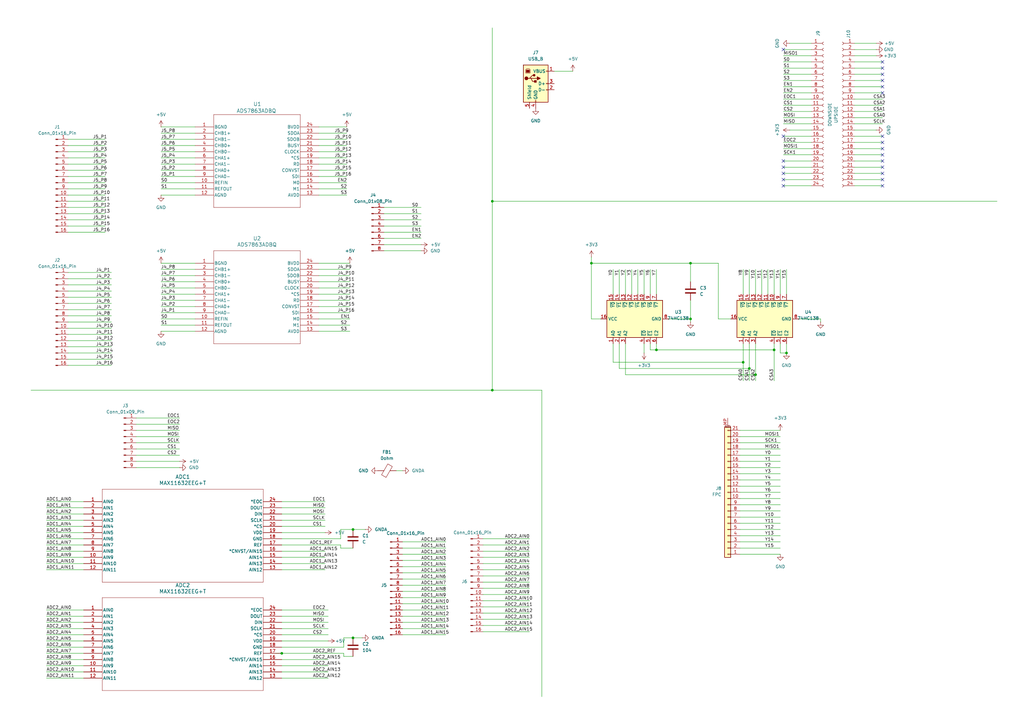
<source format=kicad_sch>
(kicad_sch (version 20231120) (generator "eeschema") (generator_version "8.0")
  (paper "A3")
  (lib_symbols
    (symbol "74xx:74HC138"
      (property "Reference" "U" (at -7.62 13.97 0))
      (property "Value" "74HC138" (at 2.54 -11.43 0))
      (symbol "74HC138_1_1"
        (pin input line (at -10.16 10.16 0) (length 2.54) (name "A0") (number "1"))
        (pin output line (at 10.16 -2.54 180) (length 2.54) (name "~{Y5}") (number "10"))
        (pin output line (at 10.16 0 180) (length 2.54) (name "~{Y4}") (number "11"))
        (pin output line (at 10.16 2.54 180) (length 2.54) (name "~{Y3}") (number "12"))
        (pin output line (at 10.16 5.08 180) (length 2.54) (name "~{Y2}") (number "13"))
        (pin output line (at 10.16 7.62 180) (length 2.54) (name "~{Y1}") (number "14"))
        (pin output line (at 10.16 10.16 180) (length 2.54) (name "~{Y0}") (number "15"))
        (pin power_in line (at 0 15.24 270) (length 2.54) (name "VCC") (number "16"))
        (pin input line (at -10.16 7.62 0) (length 2.54) (name "A1") (number "2"))
        (pin input line (at -10.16 5.08 0) (length 2.54) (name "A2") (number "3"))
        (pin input line (at -10.16 -2.54 0) (length 2.54) (name "~{E0}") (number "4"))
        (pin input line (at -10.16 -5.08 0) (length 2.54) (name "~{E1}") (number "5"))
        (pin input line (at -10.16 -7.62 0) (length 2.54) (name "E2") (number "6"))
        (pin output line (at 10.16 -7.62 180) (length 2.54) (name "~{Y7}") (number "7"))
        (pin power_in line (at 0 -12.7 90) (length 2.54) (name "GND") (number "8"))
        (pin output line (at 10.16 -5.08 180) (length 2.54) (name "~{Y6}") (number "9"))
      )
    )
    (symbol "ADS7863ADBQ:ADS7863ADBQ" (pin_names (offset 0.254))
      (property "Reference" "U" (at 25.4 10.16 0))
      (property "Value" "ADS7863ADBQ" (at 25.4 7.62 0))
      (symbol "ADS7863ADBQ_0_1"
        (pin power_in line (at 0 0 0) (length 7.62) (name "BGND") (number "1"))
        (pin input line (at 0 -22.86 0) (length 7.62) (name "REFIN") (number "10"))
        (pin output line (at 0 -25.4 0) (length 7.62) (name "REFOUT") (number "11"))
        (pin power_in line (at 0 -27.94 0) (length 7.62) (name "AGND") (number "12"))
        (pin power_in line (at 50.8 -27.94 180) (length 7.62) (name "AVDD") (number "13"))
        (pin output line (at 50.8 -25.4 180) (length 7.62) (name "M1") (number "14"))
        (pin output line (at 50.8 -22.86 180) (length 7.62) (name "M0") (number "15"))
        (pin input line (at 50.8 -20.32 180) (length 7.62) (name "SDI") (number "16"))
        (pin unspecified line (at 50.8 -17.78 180) (length 7.62) (name "CONVST") (number "17"))
        (pin unspecified line (at 50.8 -15.24 180) (length 7.62) (name "RD") (number "18"))
        (pin output line (at 50.8 -12.7 180) (length 7.62) (name "*CS") (number "19"))
        (pin input line (at 0 -2.54 0) (length 7.62) (name "CHB1+") (number "2"))
        (pin input line (at 50.8 -10.16 180) (length 7.62) (name "CLOCK") (number "20"))
        (pin input line (at 50.8 -7.62 180) (length 7.62) (name "BUSY") (number "21"))
        (pin output line (at 50.8 -5.08 180) (length 7.62) (name "SDOB") (number "22"))
        (pin output line (at 50.8 -2.54 180) (length 7.62) (name "SDOA") (number "23"))
        (pin bidirectional line (at 50.8 0 180) (length 7.62) (name "BVDD") (number "24"))
        (pin input line (at 0 -5.08 0) (length 7.62) (name "CHB1-") (number "3"))
        (pin input line (at 0 -7.62 0) (length 7.62) (name "CHB0+") (number "4"))
        (pin input line (at 0 -10.16 0) (length 7.62) (name "CHB0-") (number "5"))
        (pin input line (at 0 -12.7 0) (length 7.62) (name "CHA1+") (number "6"))
        (pin input line (at 0 -15.24 0) (length 7.62) (name "CHA1-") (number "7"))
        (pin input line (at 0 -17.78 0) (length 7.62) (name "CHA0+") (number "8"))
        (pin input line (at 0 -20.32 0) (length 7.62) (name "CHA0-") (number "9"))
      )
    )
    (symbol "Connector:Conn_01x08_Pin" (pin_names (offset 1.016) hide)
      (property "Reference" "J" (at 0 10.16 0))
      (property "Value" "Conn_01x08_Pin" (at 0 -12.7 0))
      (symbol "Conn_01x08_Pin_1_1"
        (pin passive line (at 5.08 7.62 180) (length 3.81) (name "Pin_1") (number "1"))
        (pin passive line (at 5.08 5.08 180) (length 3.81) (name "Pin_2") (number "2"))
        (pin passive line (at 5.08 2.54 180) (length 3.81) (name "Pin_3") (number "3"))
        (pin passive line (at 5.08 0 180) (length 3.81) (name "Pin_4") (number "4"))
        (pin passive line (at 5.08 -2.54 180) (length 3.81) (name "Pin_5") (number "5"))
        (pin passive line (at 5.08 -5.08 180) (length 3.81) (name "Pin_6") (number "6"))
        (pin passive line (at 5.08 -7.62 180) (length 3.81) (name "Pin_7") (number "7"))
        (pin passive line (at 5.08 -10.16 180) (length 3.81) (name "Pin_8") (number "8"))
      )
    )
    (symbol "Connector:Conn_01x09_Pin" (pin_names (offset 1.016) hide)
      (property "Reference" "J" (at 0 12.7 0))
      (property "Value" "Conn_01x09_Pin" (at 0 -12.7 0))
      (symbol "Conn_01x09_Pin_1_1"
        (pin passive line (at 5.08 10.16 180) (length 3.81) (name "Pin_1") (number "1"))
        (pin passive line (at 5.08 7.62 180) (length 3.81) (name "Pin_2") (number "2"))
        (pin passive line (at 5.08 5.08 180) (length 3.81) (name "Pin_3") (number "3"))
        (pin passive line (at 5.08 2.54 180) (length 3.81) (name "Pin_4") (number "4"))
        (pin passive line (at 5.08 0 180) (length 3.81) (name "Pin_5") (number "5"))
        (pin passive line (at 5.08 -2.54 180) (length 3.81) (name "Pin_6") (number "6"))
        (pin passive line (at 5.08 -5.08 180) (length 3.81) (name "Pin_7") (number "7"))
        (pin passive line (at 5.08 -7.62 180) (length 3.81) (name "Pin_8") (number "8"))
        (pin passive line (at 5.08 -10.16 180) (length 3.81) (name "Pin_9") (number "9"))
      )
    )
    (symbol "Connector:Conn_01x16_Pin" (pin_names (offset 1.016) hide)
      (property "Reference" "J" (at 0 20.32 0))
      (property "Value" "Conn_01x16_Pin" (at 0 -22.86 0))
      (symbol "Conn_01x16_Pin_1_1"
        (pin passive line (at 5.08 17.78 180) (length 3.81) (name "Pin_1") (number "1"))
        (pin passive line (at 5.08 -5.08 180) (length 3.81) (name "Pin_10") (number "10"))
        (pin passive line (at 5.08 -7.62 180) (length 3.81) (name "Pin_11") (number "11"))
        (pin passive line (at 5.08 -10.16 180) (length 3.81) (name "Pin_12") (number "12"))
        (pin passive line (at 5.08 -12.7 180) (length 3.81) (name "Pin_13") (number "13"))
        (pin passive line (at 5.08 -15.24 180) (length 3.81) (name "Pin_14") (number "14"))
        (pin passive line (at 5.08 -17.78 180) (length 3.81) (name "Pin_15") (number "15"))
        (pin passive line (at 5.08 -20.32 180) (length 3.81) (name "Pin_16") (number "16"))
        (pin passive line (at 5.08 15.24 180) (length 3.81) (name "Pin_2") (number "2"))
        (pin passive line (at 5.08 12.7 180) (length 3.81) (name "Pin_3") (number "3"))
        (pin passive line (at 5.08 10.16 180) (length 3.81) (name "Pin_4") (number "4"))
        (pin passive line (at 5.08 7.62 180) (length 3.81) (name "Pin_5") (number "5"))
        (pin passive line (at 5.08 5.08 180) (length 3.81) (name "Pin_6") (number "6"))
        (pin passive line (at 5.08 2.54 180) (length 3.81) (name "Pin_7") (number "7"))
        (pin passive line (at 5.08 0 180) (length 3.81) (name "Pin_8") (number "8"))
        (pin passive line (at 5.08 -2.54 180) (length 3.81) (name "Pin_9") (number "9"))
      )
    )
    (symbol "Connector:Conn_01x24_Socket" (pin_names (offset 1.016) hide)
      (property "Reference" "J" (at 0 30.48 0))
      (property "Value" "Conn_01x24_Socket" (at 0 -33.02 0))
      (symbol "Conn_01x24_Socket_1_1"
        (pin passive line (at -5.08 27.94 0) (length 3.81) (name "Pin_1") (number "1"))
        (pin passive line (at -5.08 5.08 0) (length 3.81) (name "Pin_10") (number "10"))
        (pin passive line (at -5.08 2.54 0) (length 3.81) (name "Pin_11") (number "11"))
        (pin passive line (at -5.08 0 0) (length 3.81) (name "Pin_12") (number "12"))
        (pin passive line (at -5.08 -2.54 0) (length 3.81) (name "Pin_13") (number "13"))
        (pin passive line (at -5.08 -5.08 0) (length 3.81) (name "Pin_14") (number "14"))
        (pin passive line (at -5.08 -7.62 0) (length 3.81) (name "Pin_15") (number "15"))
        (pin passive line (at -5.08 -10.16 0) (length 3.81) (name "Pin_16") (number "16"))
        (pin passive line (at -5.08 -12.7 0) (length 3.81) (name "Pin_17") (number "17"))
        (pin passive line (at -5.08 -15.24 0) (length 3.81) (name "Pin_18") (number "18"))
        (pin passive line (at -5.08 -17.78 0) (length 3.81) (name "Pin_19") (number "19"))
        (pin passive line (at -5.08 25.4 0) (length 3.81) (name "Pin_2") (number "2"))
        (pin passive line (at -5.08 -20.32 0) (length 3.81) (name "Pin_20") (number "20"))
        (pin passive line (at -5.08 -22.86 0) (length 3.81) (name "Pin_21") (number "21"))
        (pin passive line (at -5.08 -25.4 0) (length 3.81) (name "Pin_22") (number "22"))
        (pin passive line (at -5.08 -27.94 0) (length 3.81) (name "Pin_23") (number "23"))
        (pin passive line (at -5.08 -30.48 0) (length 3.81) (name "Pin_24") (number "24"))
        (pin passive line (at -5.08 22.86 0) (length 3.81) (name "Pin_3") (number "3"))
        (pin passive line (at -5.08 20.32 0) (length 3.81) (name "Pin_4") (number "4"))
        (pin passive line (at -5.08 17.78 0) (length 3.81) (name "Pin_5") (number "5"))
        (pin passive line (at -5.08 15.24 0) (length 3.81) (name "Pin_6") (number "6"))
        (pin passive line (at -5.08 12.7 0) (length 3.81) (name "Pin_7") (number "7"))
        (pin passive line (at -5.08 10.16 0) (length 3.81) (name "Pin_8") (number "8"))
        (pin passive line (at -5.08 7.62 0) (length 3.81) (name "Pin_9") (number "9"))
      )
    )
    (symbol "Connector:USB_B" (pin_names (offset 1.016))
      (property "Reference" "J" (at -5.08 11.43 0))
      (property "Value" "USB_B" (at -5.08 8.89 0))
      (symbol "USB_B_1_1"
        (pin power_out line (at 7.62 5.08 180) (length 2.54) (name "VBUS") (number "1"))
        (pin bidirectional line (at 7.62 -2.54 180) (length 2.54) (name "D-") (number "2"))
        (pin bidirectional line (at 7.62 0 180) (length 2.54) (name "D+") (number "3"))
        (pin power_out line (at 0 -10.16 90) (length 2.54) (name "GND") (number "4"))
        (pin passive line (at -2.54 -10.16 90) (length 2.54) (name "Shield") (number "5"))
      )
    )
    (symbol "Connector_Generic_MountingPin:Conn_01x21_MountingPin" (pin_names (offset 1.016) hide)
      (property "Reference" "J" (at 0 27.94 0))
      (property "Value" "Conn_01x21_MountingPin" (at 1.27 -27.94 0))
      (symbol "Conn_01x21_MountingPin_1_1"
        (text "Mounting" (at 0 -27.051 0) (effects (font (size 0.381 0.381))))
        (pin passive line (at -5.08 25.4 0) (length 3.81) (name "Pin_1") (number "1"))
        (pin passive line (at -5.08 2.54 0) (length 3.81) (name "Pin_10") (number "10"))
        (pin passive line (at -5.08 0 0) (length 3.81) (name "Pin_11") (number "11"))
        (pin passive line (at -5.08 -2.54 0) (length 3.81) (name "Pin_12") (number "12"))
        (pin passive line (at -5.08 -5.08 0) (length 3.81) (name "Pin_13") (number "13"))
        (pin passive line (at -5.08 -7.62 0) (length 3.81) (name "Pin_14") (number "14"))
        (pin passive line (at -5.08 -10.16 0) (length 3.81) (name "Pin_15") (number "15"))
        (pin passive line (at -5.08 -12.7 0) (length 3.81) (name "Pin_16") (number "16"))
        (pin passive line (at -5.08 -15.24 0) (length 3.81) (name "Pin_17") (number "17"))
        (pin passive line (at -5.08 -17.78 0) (length 3.81) (name "Pin_18") (number "18"))
        (pin passive line (at -5.08 -20.32 0) (length 3.81) (name "Pin_19") (number "19"))
        (pin passive line (at -5.08 22.86 0) (length 3.81) (name "Pin_2") (number "2"))
        (pin passive line (at -5.08 -22.86 0) (length 3.81) (name "Pin_20") (number "20"))
        (pin passive line (at -5.08 -25.4 0) (length 3.81) (name "Pin_21") (number "21"))
        (pin passive line (at -5.08 20.32 0) (length 3.81) (name "Pin_3") (number "3"))
        (pin passive line (at -5.08 17.78 0) (length 3.81) (name "Pin_4") (number "4"))
        (pin passive line (at -5.08 15.24 0) (length 3.81) (name "Pin_5") (number "5"))
        (pin passive line (at -5.08 12.7 0) (length 3.81) (name "Pin_6") (number "6"))
        (pin passive line (at -5.08 10.16 0) (length 3.81) (name "Pin_7") (number "7"))
        (pin passive line (at -5.08 7.62 0) (length 3.81) (name "Pin_8") (number "8"))
        (pin passive line (at -5.08 5.08 0) (length 3.81) (name "Pin_9") (number "9"))
        (pin passive line (at 0 -30.48 90) (length 3.048) (name "MountPin") (number "MP"))
      )
    )
    (symbol "Device:C" (pin_numbers hide) (pin_names (offset 0.254))
      (property "Reference" "C" (at 0.635 2.54 0))
      (property "Value" "C" (at 0.635 -2.54 0))
      (symbol "C_1_1"
        (pin passive line (at 0 3.81 270) (length 2.794) (name "~") (number "1"))
        (pin passive line (at 0 -3.81 90) (length 2.794) (name "~") (number "2"))
      )
    )
    (symbol "Device:FerriteBead" (pin_numbers hide) (pin_names (offset 0))
      (property "Reference" "FB" (at -3.81 0.635 90))
      (property "Value" "FerriteBead" (at 3.81 0 90))
      (symbol "FerriteBead_1_1"
        (pin passive line (at 0 3.81 270) (length 2.54) (name "~") (number "1"))
        (pin passive line (at 0 -3.81 90) (length 2.54) (name "~") (number "2"))
      )
    )
    (symbol "MAX11632EEG-T:MAX11632EEG+T" (pin_names (offset 0.254))
      (property "Reference" "U" (at 40.64 10.16 0))
      (property "Value" "MAX11632EEG+T" (at 40.64 7.62 0))
      (symbol "MAX11632EEG+T_0_1"
        (pin input line (at 0 0 0) (length 7.62) (name "AIN0") (number "1"))
        (pin input line (at 0 -22.86 0) (length 7.62) (name "AIN9") (number "10"))
        (pin input line (at 0 -25.4 0) (length 7.62) (name "AIN10") (number "11"))
        (pin input line (at 0 -27.94 0) (length 7.62) (name "AIN11") (number "12"))
        (pin input line (at 81.28 -27.94 180) (length 7.62) (name "AIN12") (number "13"))
        (pin input line (at 81.28 -25.4 180) (length 7.62) (name "AIN13") (number "14"))
        (pin input line (at 81.28 -22.86 180) (length 7.62) (name "AIN14") (number "15"))
        (pin unspecified line (at 81.28 -20.32 180) (length 7.62) (name "*CNVST/AIN15") (number "16"))
        (pin unspecified line (at 81.28 -17.78 180) (length 7.62) (name "REF") (number "17"))
        (pin power_in line (at 81.28 -15.24 180) (length 7.62) (name "GND") (number "18"))
        (pin power_in line (at 81.28 -12.7 180) (length 7.62) (name "VDD") (number "19"))
        (pin input line (at 0 -2.54 0) (length 7.62) (name "AIN1") (number "2"))
        (pin unspecified line (at 81.28 -10.16 180) (length 7.62) (name "*CS") (number "20"))
        (pin unspecified line (at 81.28 -7.62 180) (length 7.62) (name "SCLK") (number "21"))
        (pin input line (at 81.28 -5.08 180) (length 7.62) (name "DIN") (number "22"))
        (pin output line (at 81.28 -2.54 180) (length 7.62) (name "DOUT") (number "23"))
        (pin unspecified line (at 81.28 0 180) (length 7.62) (name "*EOC") (number "24"))
        (pin input line (at 0 -5.08 0) (length 7.62) (name "AIN2") (number "3"))
        (pin input line (at 0 -7.62 0) (length 7.62) (name "AIN3") (number "4"))
        (pin input line (at 0 -10.16 0) (length 7.62) (name "AIN4") (number "5"))
        (pin input line (at 0 -12.7 0) (length 7.62) (name "AIN5") (number "6"))
        (pin input line (at 0 -15.24 0) (length 7.62) (name "AIN6") (number "7"))
        (pin input line (at 0 -17.78 0) (length 7.62) (name "AIN7") (number "8"))
        (pin input line (at 0 -20.32 0) (length 7.62) (name "AIN8") (number "9"))
      )
    )
    (symbol "power:+3V3" (power) (pin_numbers hide) (pin_names (offset 0) hide)
      (property "Value" "+3V3" (at 0 3.556 0))
      (symbol "+3V3_1_1"
        (pin power_in line (at 0 0 90) (length 0) (name "~") (number "1"))
      )
    )
    (symbol "power:+5V" (power) (pin_numbers hide) (pin_names (offset 0) hide)
      (property "Value" "+5V" (at 0 3.556 0))
      (symbol "+5V_1_1"
        (pin power_in line (at 0 0 90) (length 0) (name "~") (number "1"))
      )
    )
    (symbol "power:GND" (power) (pin_numbers hide) (pin_names (offset 0) hide)
      (property "Value" "GND" (at 0 -3.81 0))
      (symbol "GND_1_1"
        (pin power_in line (at 0 0 270) (length 0) (name "~") (number "1"))
      )
    )
    (symbol "power:GNDA" (power) (pin_numbers hide) (pin_names (offset 0) hide)
      (property "Value" "GNDA" (at 0 -3.81 0))
      (symbol "GNDA_1_1"
        (pin power_in line (at 0 0 270) (length 0) (name "~") (number "1"))
      )
    )
  )
  (junction (at 144.78 217.17))
  (junction (at 201.93 160.02))
  (junction (at 307.34 151.13))
  (junction (at 322.58 144.78))
  (junction (at 115.57 267.97))
  (junction (at 309.88 153.67))
  (junction (at 144.78 261.62))
  (junction (at 304.8 148.59))
  (junction (at 317.5 143.51))
  (junction (at 242.57 107.95))
  (junction (at 269.24 143.51))
  (junction (at 283.21 107.95))
  (junction (at 201.93 82.55))
  (junction (at 283.21 130.81))
  (no_connect (at 361.95 27.94))
  (no_connect (at 361.95 38.1))
  (no_connect (at 321.31 68.58))
  (no_connect (at 321.31 20.32))
  (no_connect (at 321.31 66.04))
  (no_connect (at 361.95 68.58))
  (no_connect (at 361.95 63.5))
  (no_connect (at 321.31 73.66))
  (no_connect (at 361.95 33.02))
  (no_connect (at 361.95 55.88))
  (no_connect (at 361.95 76.2))
  (no_connect (at 361.95 73.66))
  (no_connect (at 361.95 66.04))
  (no_connect (at 361.95 25.4))
  (no_connect (at 361.95 58.42))
  (no_connect (at 361.95 35.56))
  (no_connect (at 361.95 60.96))
  (no_connect (at 321.31 71.12))
  (no_connect (at 361.95 71.12))
  (no_connect (at 321.31 55.88))
  (no_connect (at 321.31 76.2))
  (no_connect (at 361.95 30.48))
  (wire (pts (xy 303.53 204.47) (xy 320.04 204.47)))
  (wire (pts (xy 66.04 115.57) (xy 80.01 115.57)))
  (wire (pts (xy 303.53 196.85) (xy 320.04 196.85)))
  (wire (pts (xy 66.04 125.73) (xy 80.01 125.73)))
  (wire (pts (xy 350.52 25.4) (xy 361.95 25.4)))
  (wire (pts (xy 264.16 110.49) (xy 264.16 120.65)))
  (wire (pts (xy 140.97 261.62) (xy 144.78 261.62)))
  (wire (pts (xy 309.88 153.67) (xy 309.88 156.21)))
  (wire (pts (xy 157.48 100.33) (xy 172.72 100.33)))
  (wire (pts (xy 115.57 215.9) (xy 133.35 215.9)))
  (wire (pts (xy 201.93 11.43) (xy 201.93 82.55)))
  (wire (pts (xy 130.81 62.23) (xy 142.24 62.23)))
  (wire (pts (xy 19.05 223.52) (xy 34.29 223.52)))
  (wire (pts (xy 307.34 110.49) (xy 307.34 120.65)))
  (wire (pts (xy 321.31 71.12) (xy 332.74 71.12)))
  (wire (pts (xy 19.05 250.19) (xy 34.29 250.19)))
  (wire (pts (xy 332.74 33.02) (xy 321.31 33.02)))
  (wire (pts (xy 115.57 210.82) (xy 133.35 210.82)))
  (wire (pts (xy 350.52 76.2) (xy 361.95 76.2)))
  (wire (pts (xy 27.94 72.39) (xy 43.18 72.39)))
  (wire (pts (xy 27.94 121.92) (xy 45.72 121.92)))
  (wire (pts (xy 165.1 260.35) (xy 182.88 260.35)))
  (wire (pts (xy 264.16 140.97) (xy 264.16 144.78)))
  (wire (pts (xy 254 140.97) (xy 254 151.13)))
  (wire (pts (xy 198.12 228.6) (xy 217.17 228.6)))
  (wire (pts (xy 115.57 252.73) (xy 134.62 252.73)))
  (wire (pts (xy 254 110.49) (xy 254 120.65)))
  (wire (pts (xy 115.57 250.19) (xy 134.62 250.19)))
  (wire (pts (xy 303.53 217.17) (xy 320.04 217.17)))
  (wire (pts (xy 332.74 20.32) (xy 321.31 20.32)))
  (wire (pts (xy 27.94 80.01) (xy 43.18 80.01)))
  (wire (pts (xy 157.48 97.79) (xy 172.72 97.79)))
  (wire (pts (xy 165.1 232.41) (xy 182.88 232.41)))
  (wire (pts (xy 256.54 153.67) (xy 309.88 153.67)))
  (wire (pts (xy 165.1 227.33) (xy 182.88 227.33)))
  (wire (pts (xy 27.94 144.78) (xy 45.72 144.78)))
  (wire (pts (xy 303.53 199.39) (xy 320.04 199.39)))
  (wire (pts (xy 303.53 212.09) (xy 320.04 212.09)))
  (wire (pts (xy 242.57 130.81) (xy 246.38 130.81)))
  (wire (pts (xy 27.94 62.23) (xy 43.18 62.23)))
  (wire (pts (xy 303.53 191.77) (xy 320.04 191.77)))
  (wire (pts (xy 321.31 73.66) (xy 332.74 73.66)))
  (wire (pts (xy 350.52 58.42) (xy 361.95 58.42)))
  (wire (pts (xy 113.03 267.97) (xy 115.57 267.97)))
  (wire (pts (xy 303.53 227.33) (xy 320.04 227.33)))
  (wire (pts (xy 304.8 148.59) (xy 304.8 156.21)))
  (wire (pts (xy 19.05 260.35) (xy 34.29 260.35)))
  (wire (pts (xy 55.88 191.77) (xy 73.66 191.77)))
  (wire (pts (xy 303.53 189.23) (xy 320.04 189.23)))
  (wire (pts (xy 66.04 110.49) (xy 80.01 110.49)))
  (wire (pts (xy 130.81 67.31) (xy 142.24 67.31)))
  (wire (pts (xy 27.94 85.09) (xy 43.18 85.09)))
  (wire (pts (xy 80.01 52.07) (xy 66.04 52.07)))
  (wire (pts (xy 350.52 73.66) (xy 361.95 73.66)))
  (wire (pts (xy 303.53 207.01) (xy 320.04 207.01)))
  (wire (pts (xy 321.31 66.04) (xy 332.74 66.04)))
  (wire (pts (xy 157.48 102.87) (xy 172.72 102.87)))
  (wire (pts (xy 66.04 135.89) (xy 80.01 135.89)))
  (wire (pts (xy 55.88 184.15) (xy 73.66 184.15)))
  (wire (pts (xy 115.57 226.06) (xy 133.35 226.06)))
  (wire (pts (xy 139.7 224.79) (xy 144.78 224.79)))
  (wire (pts (xy 66.04 133.35) (xy 80.01 133.35)))
  (wire (pts (xy 321.31 55.88) (xy 332.74 55.88)))
  (wire (pts (xy 304.8 110.49) (xy 304.8 120.65)))
  (wire (pts (xy 55.88 181.61) (xy 73.66 181.61)))
  (wire (pts (xy 157.48 87.63) (xy 172.72 87.63)))
  (wire (pts (xy 201.93 160.02) (xy 222.25 160.02)))
  (wire (pts (xy 66.04 77.47) (xy 80.01 77.47)))
  (wire (pts (xy 269.24 110.49) (xy 269.24 120.65)))
  (wire (pts (xy 130.81 69.85) (xy 142.24 69.85)))
  (wire (pts (xy 27.94 129.54) (xy 45.72 129.54)))
  (wire (pts (xy 198.12 254) (xy 217.17 254)))
  (wire (pts (xy 165.1 255.27) (xy 182.88 255.27)))
  (wire (pts (xy 198.12 226.06) (xy 217.17 226.06)))
  (wire (pts (xy 307.34 140.97) (xy 307.34 151.13)))
  (wire (pts (xy 115.57 231.14) (xy 133.35 231.14)))
  (wire (pts (xy 55.88 189.23) (xy 73.66 189.23)))
  (wire (pts (xy 27.94 119.38) (xy 45.72 119.38)))
  (wire (pts (xy 27.94 67.31) (xy 43.18 67.31)))
  (wire (pts (xy 27.94 149.86) (xy 45.72 149.86)))
  (wire (pts (xy 19.05 255.27) (xy 34.29 255.27)))
  (wire (pts (xy 130.81 107.95) (xy 143.51 107.95)))
  (wire (pts (xy 165.1 222.25) (xy 182.88 222.25)))
  (wire (pts (xy 350.52 45.72) (xy 361.95 45.72)))
  (wire (pts (xy 317.5 140.97) (xy 317.5 143.51)))
  (wire (pts (xy 350.52 50.8) (xy 361.95 50.8)))
  (wire (pts (xy 336.55 130.81) (xy 327.66 130.81)))
  (wire (pts (xy 165.1 257.81) (xy 182.88 257.81)))
  (wire (pts (xy 115.57 233.68) (xy 133.35 233.68)))
  (wire (pts (xy 27.94 134.62) (xy 45.72 134.62)))
  (wire (pts (xy 321.31 48.26) (xy 332.74 48.26)))
  (wire (pts (xy 19.05 210.82) (xy 34.29 210.82)))
  (wire (pts (xy 19.05 228.6) (xy 34.29 228.6)))
  (wire (pts (xy 66.04 69.85) (xy 80.01 69.85)))
  (wire (pts (xy 256.54 110.49) (xy 256.54 120.65)))
  (wire (pts (xy 322.58 110.49) (xy 322.58 120.65)))
  (wire (pts (xy 321.31 45.72) (xy 332.74 45.72)))
  (wire (pts (xy 304.8 140.97) (xy 304.8 148.59)))
  (wire (pts (xy 19.05 278.13) (xy 34.29 278.13)))
  (wire (pts (xy 27.94 116.84) (xy 45.72 116.84)))
  (wire (pts (xy 332.74 27.94) (xy 321.31 27.94)))
  (wire (pts (xy 130.81 118.11) (xy 143.51 118.11)))
  (wire (pts (xy 19.05 226.06) (xy 34.29 226.06)))
  (wire (pts (xy 350.52 68.58) (xy 361.95 68.58)))
  (wire (pts (xy 317.5 143.51) (xy 317.5 156.21)))
  (wire (pts (xy 198.12 259.08) (xy 217.17 259.08)))
  (wire (pts (xy 165.1 237.49) (xy 182.88 237.49)))
  (wire (pts (xy 350.52 33.02) (xy 361.95 33.02)))
  (wire (pts (xy 222.25 160.02) (xy 222.25 285.75)))
  (wire (pts (xy 266.7 143.51) (xy 269.24 143.51)))
  (wire (pts (xy 332.74 17.78) (xy 323.85 17.78)))
  (wire (pts (xy 165.1 245.11) (xy 182.88 245.11)))
  (wire (pts (xy 19.05 220.98) (xy 34.29 220.98)))
  (wire (pts (xy 266.7 110.49) (xy 266.7 120.65)))
  (wire (pts (xy 350.52 30.48) (xy 361.95 30.48)))
  (wire (pts (xy 115.57 228.6) (xy 133.35 228.6)))
  (wire (pts (xy 266.7 140.97) (xy 266.7 143.51)))
  (wire (pts (xy 317.5 110.49) (xy 317.5 120.65)))
  (wire (pts (xy 251.46 148.59) (xy 304.8 148.59)))
  (wire (pts (xy 55.88 179.07) (xy 73.66 179.07)))
  (wire (pts (xy 303.53 201.93) (xy 320.04 201.93)))
  (wire (pts (xy 303.53 209.55) (xy 320.04 209.55)))
  (wire (pts (xy 130.81 72.39) (xy 142.24 72.39)))
  (wire (pts (xy 55.88 176.53) (xy 73.66 176.53)))
  (wire (pts (xy 165.1 247.65) (xy 182.88 247.65)))
  (wire (pts (xy 321.31 38.1) (xy 332.74 38.1)))
  (wire (pts (xy 332.74 25.4) (xy 321.31 25.4)))
  (wire (pts (xy 198.12 238.76) (xy 217.17 238.76)))
  (wire (pts (xy 27.94 77.47) (xy 43.18 77.47)))
  (wire (pts (xy 140.97 269.24) (xy 144.78 269.24)))
  (wire (pts (xy 359.41 20.32) (xy 350.52 20.32)))
  (wire (pts (xy 66.04 59.69) (xy 80.01 59.69)))
  (wire (pts (xy 66.04 74.93) (xy 80.01 74.93)))
  (wire (pts (xy 314.96 110.49) (xy 314.96 120.65)))
  (wire (pts (xy 55.88 173.99) (xy 73.66 173.99)))
  (wire (pts (xy 322.58 140.97) (xy 322.58 144.78)))
  (wire (pts (xy 303.53 181.61) (xy 320.04 181.61)))
  (wire (pts (xy 198.12 223.52) (xy 217.17 223.52)))
  (wire (pts (xy 165.1 252.73) (xy 182.88 252.73)))
  (wire (pts (xy 162.56 193.04) (xy 165.1 193.04)))
  (wire (pts (xy 350.52 60.96) (xy 361.95 60.96)))
  (wire (pts (xy 321.31 76.2) (xy 332.74 76.2)))
  (wire (pts (xy 309.88 140.97) (xy 309.88 153.67)))
  (wire (pts (xy 350.52 38.1) (xy 361.95 38.1)))
  (wire (pts (xy 157.48 92.71) (xy 172.72 92.71)))
  (wire (pts (xy 115.57 260.35) (xy 134.62 260.35)))
  (wire (pts (xy 115.57 267.97) (xy 140.97 267.97)))
  (wire (pts (xy 165.1 240.03) (xy 182.88 240.03)))
  (wire (pts (xy 227.33 29.21) (xy 234.95 29.21)))
  (wire (pts (xy 115.57 205.74) (xy 133.35 205.74)))
  (wire (pts (xy 66.04 123.19) (xy 80.01 123.19)))
  (wire (pts (xy 198.12 231.14) (xy 217.17 231.14)))
  (wire (pts (xy 283.21 132.08) (xy 283.21 130.81)))
  (wire (pts (xy 27.94 95.25) (xy 43.18 95.25)))
  (wire (pts (xy 19.05 213.36) (xy 34.29 213.36)))
  (wire (pts (xy 165.1 242.57) (xy 182.88 242.57)))
  (wire (pts (xy 130.81 64.77) (xy 142.24 64.77)))
  (wire (pts (xy 27.94 69.85) (xy 43.18 69.85)))
  (wire (pts (xy 157.48 90.17) (xy 172.72 90.17)))
  (wire (pts (xy 66.04 120.65) (xy 80.01 120.65)))
  (wire (pts (xy 66.04 107.95) (xy 80.01 107.95)))
  (wire (pts (xy 332.74 53.34) (xy 323.85 53.34)))
  (wire (pts (xy 201.93 82.55) (xy 201.93 160.02)))
  (wire (pts (xy 321.31 60.96) (xy 332.74 60.96)))
  (wire (pts (xy 66.04 62.23) (xy 80.01 62.23)))
  (wire (pts (xy 321.31 40.64) (xy 332.74 40.64)))
  (wire (pts (xy 139.7 220.98) (xy 115.57 220.98)))
  (wire (pts (xy 350.52 71.12) (xy 361.95 71.12)))
  (wire (pts (xy 19.05 233.68) (xy 34.29 233.68)))
  (wire (pts (xy 303.53 176.53) (xy 320.04 176.53)))
  (wire (pts (xy 157.48 85.09) (xy 172.72 85.09)))
  (wire (pts (xy 19.05 257.81) (xy 34.29 257.81)))
  (wire (pts (xy 303.53 184.15) (xy 320.04 184.15)))
  (wire (pts (xy 66.04 130.81) (xy 80.01 130.81)))
  (wire (pts (xy 359.41 22.86) (xy 350.52 22.86)))
  (wire (pts (xy 27.94 114.3) (xy 45.72 114.3)))
  (wire (pts (xy 139.7 223.52) (xy 139.7 224.79)))
  (wire (pts (xy 19.05 208.28) (xy 34.29 208.28)))
  (wire (pts (xy 320.04 110.49) (xy 320.04 120.65)))
  (wire (pts (xy 27.94 82.55) (xy 43.18 82.55)))
  (wire (pts (xy 320.04 140.97) (xy 320.04 144.78)))
  (wire (pts (xy 321.31 58.42) (xy 332.74 58.42)))
  (wire (pts (xy 130.81 54.61) (xy 142.24 54.61)))
  (wire (pts (xy 303.53 224.79) (xy 320.04 224.79)))
  (wire (pts (xy 27.94 74.93) (xy 43.18 74.93)))
  (wire (pts (xy 130.81 52.07) (xy 142.24 52.07)))
  (wire (pts (xy 283.21 123.19) (xy 283.21 130.81)))
  (wire (pts (xy 130.81 120.65) (xy 143.51 120.65)))
  (wire (pts (xy 321.31 68.58) (xy 332.74 68.58)))
  (wire (pts (xy 198.12 233.68) (xy 217.17 233.68)))
  (wire (pts (xy 139.7 217.17) (xy 139.7 220.98)))
  (wire (pts (xy 115.57 213.36) (xy 133.35 213.36)))
  (wire (pts (xy 256.54 140.97) (xy 256.54 153.67)))
  (wire (pts (xy 165.1 229.87) (xy 182.88 229.87)))
  (wire (pts (xy 115.57 255.27) (xy 134.62 255.27)))
  (wire (pts (xy 350.52 55.88) (xy 361.95 55.88)))
  (wire (pts (xy 144.78 217.17) (xy 149.86 217.17)))
  (wire (pts (xy 307.34 151.13) (xy 307.34 156.21)))
  (wire (pts (xy 19.05 275.59) (xy 34.29 275.59)))
  (wire (pts (xy 115.57 265.43) (xy 140.97 265.43)))
  (wire (pts (xy 259.08 110.49) (xy 259.08 120.65)))
  (wire (pts (xy 303.53 222.25) (xy 320.04 222.25)))
  (wire (pts (xy 332.74 30.48) (xy 321.31 30.48)))
  (wire (pts (xy 309.88 110.49) (xy 309.88 120.65)))
  (wire (pts (xy 27.94 92.71) (xy 43.18 92.71)))
  (wire (pts (xy 19.05 267.97) (xy 34.29 267.97)))
  (wire (pts (xy 294.64 130.81) (xy 294.64 107.95)))
  (wire (pts (xy 350.52 43.18) (xy 361.95 43.18)))
  (wire (pts (xy 157.48 95.25) (xy 172.72 95.25)))
  (wire (pts (xy 130.81 74.93) (xy 142.24 74.93)))
  (wire (pts (xy 165.1 224.79) (xy 182.88 224.79)))
  (wire (pts (xy 130.81 115.57) (xy 143.51 115.57)))
  (wire (pts (xy 115.57 273.05) (xy 134.62 273.05)))
  (wire (pts (xy 261.62 110.49) (xy 261.62 120.65)))
  (wire (pts (xy 55.88 186.69) (xy 73.66 186.69)))
  (wire (pts (xy 130.81 128.27) (xy 143.51 128.27)))
  (wire (pts (xy 254 151.13) (xy 307.34 151.13)))
  (wire (pts (xy 115.57 270.51) (xy 134.62 270.51)))
  (wire (pts (xy 242.57 107.95) (xy 242.57 130.81)))
  (wire (pts (xy 198.12 220.98) (xy 217.17 220.98)))
  (wire (pts (xy 19.05 270.51) (xy 34.29 270.51)))
  (wire (pts (xy 359.41 53.34) (xy 350.52 53.34)))
  (wire (pts (xy 130.81 133.35) (xy 143.51 133.35)))
  (wire (pts (xy 350.52 63.5) (xy 361.95 63.5)))
  (wire (pts (xy 140.97 267.97) (xy 140.97 269.24)))
  (wire (pts (xy 55.88 171.45) (xy 73.66 171.45)))
  (wire (pts (xy 350.52 27.94) (xy 361.95 27.94)))
  (wire (pts (xy 134.62 262.89) (xy 115.57 262.89)))
  (wire (pts (xy 350.52 66.04) (xy 361.95 66.04)))
  (wire (pts (xy 66.04 128.27) (xy 80.01 128.27)))
  (wire (pts (xy 303.53 219.71) (xy 320.04 219.71)))
  (wire (pts (xy 27.94 142.24) (xy 45.72 142.24)))
  (wire (pts (xy 27.94 90.17) (xy 43.18 90.17)))
  (wire (pts (xy 242.57 105.41) (xy 242.57 107.95)))
  (wire (pts (xy 336.55 132.08) (xy 336.55 130.81)))
  (wire (pts (xy 198.12 236.22) (xy 217.17 236.22)))
  (wire (pts (xy 115.57 275.59) (xy 134.62 275.59)))
  (wire (pts (xy 312.42 110.49) (xy 312.42 120.65)))
  (wire (pts (xy 332.74 22.86) (xy 321.31 22.86)))
  (wire (pts (xy 19.05 252.73) (xy 34.29 252.73)))
  (wire (pts (xy 165.1 250.19) (xy 182.88 250.19)))
  (wire (pts (xy 130.81 59.69) (xy 142.24 59.69)))
  (wire (pts (xy 12.7 160.02) (xy 201.93 160.02)))
  (wire (pts (xy 27.94 132.08) (xy 45.72 132.08)))
  (wire (pts (xy 66.04 72.39) (xy 80.01 72.39)))
  (wire (pts (xy 303.53 194.31) (xy 320.04 194.31)))
  (wire (pts (xy 27.94 59.69) (xy 43.18 59.69)))
  (wire (pts (xy 66.04 54.61) (xy 80.01 54.61)))
  (wire (pts (xy 130.81 113.03) (xy 143.51 113.03)))
  (wire (pts (xy 19.05 231.14) (xy 34.29 231.14)))
  (wire (pts (xy 130.81 130.81) (xy 143.51 130.81)))
  (wire (pts (xy 66.04 118.11) (xy 80.01 118.11)))
  (wire (pts (xy 133.35 218.44) (xy 115.57 218.44)))
  (wire (pts (xy 201.93 82.55) (xy 408.94 82.55)))
  (wire (pts (xy 19.05 218.44) (xy 34.29 218.44)))
  (wire (pts (xy 320.04 144.78) (xy 322.58 144.78)))
  (wire (pts (xy 198.12 243.84) (xy 217.17 243.84)))
  (wire (pts (xy 130.81 57.15) (xy 142.24 57.15)))
  (wire (pts (xy 27.94 124.46) (xy 45.72 124.46)))
  (wire (pts (xy 66.04 113.03) (xy 80.01 113.03)))
  (wire (pts (xy 198.12 248.92) (xy 217.17 248.92)))
  (wire (pts (xy 294.64 107.95) (xy 283.21 107.95)))
  (wire (pts (xy 66.04 64.77) (xy 80.01 64.77)))
  (wire (pts (xy 115.57 208.28) (xy 133.35 208.28)))
  (wire (pts (xy 165.1 234.95) (xy 182.88 234.95)))
  (wire (pts (xy 274.32 130.81) (xy 283.21 130.81)))
  (wire (pts (xy 359.41 17.78) (xy 350.52 17.78)))
  (wire (pts (xy 19.05 262.89) (xy 34.29 262.89)))
  (wire (pts (xy 283.21 107.95) (xy 283.21 115.57)))
  (wire (pts (xy 350.52 48.26) (xy 361.95 48.26)))
  (wire (pts (xy 269.24 140.97) (xy 269.24 143.51)))
  (wire (pts (xy 251.46 110.49) (xy 251.46 120.65)))
  (wire (pts (xy 299.72 130.81) (xy 294.64 130.81)))
  (wire (pts (xy 198.12 241.3) (xy 217.17 241.3)))
  (wire (pts (xy 19.05 205.74) (xy 34.29 205.74)))
  (wire (pts (xy 140.97 265.43) (xy 140.97 261.62)))
  (wire (pts (xy 269.24 143.51) (xy 317.5 143.51)))
  (wire (pts (xy 19.05 265.43) (xy 34.29 265.43)))
  (wire (pts (xy 303.53 186.69) (xy 320.04 186.69)))
  (wire (pts (xy 115.57 223.52) (xy 139.7 223.52)))
  (wire (pts (xy 27.94 139.7) (xy 45.72 139.7)))
  (wire (pts (xy 27.94 127) (xy 45.72 127)))
  (wire (pts (xy 321.31 35.56) (xy 332.74 35.56)))
  (wire (pts (xy 19.05 273.05) (xy 34.29 273.05)))
  (wire (pts (xy 19.05 215.9) (xy 34.29 215.9)))
  (wire (pts (xy 130.81 123.19) (xy 143.51 123.19)))
  (wire (pts (xy 303.53 179.07) (xy 320.04 179.07)))
  (wire (pts (xy 66.04 67.31) (xy 80.01 67.31)))
  (wire (pts (xy 130.81 80.01) (xy 142.24 80.01)))
  (wire (pts (xy 130.81 77.47) (xy 142.24 77.47)))
  (wire (pts (xy 321.31 50.8) (xy 332.74 50.8)))
  (wire (pts (xy 27.94 64.77) (xy 43.18 64.77)))
  (wire (pts (xy 350.52 40.64) (xy 361.95 40.64)))
  (wire (pts (xy 66.04 57.15) (xy 80.01 57.15)))
  (wire (pts (xy 130.81 135.89) (xy 143.51 135.89)))
  (wire (pts (xy 115.57 278.13) (xy 134.62 278.13)))
  (wire (pts (xy 198.12 256.54) (xy 217.17 256.54)))
  (wire (pts (xy 321.31 43.18) (xy 332.74 43.18)))
  (wire (pts (xy 27.94 57.15) (xy 43.18 57.15)))
  (wire (pts (xy 198.12 251.46) (xy 217.17 251.46)))
  (wire (pts (xy 27.94 137.16) (xy 45.72 137.16)))
  (wire (pts (xy 27.94 147.32) (xy 45.72 147.32)))
  (wire (pts (xy 198.12 246.38) (xy 217.17 246.38)))
  (wire (pts (xy 303.53 214.63) (xy 320.04 214.63)))
  (wire (pts (xy 66.04 80.01) (xy 80.01 80.01)))
  (wire (pts (xy 115.57 257.81) (xy 134.62 257.81)))
  (wire (pts (xy 27.94 111.76) (xy 45.72 111.76)))
  (wire (pts (xy 130.81 110.49) (xy 143.51 110.49)))
  (wire (pts (xy 251.46 140.97) (xy 251.46 148.59)))
  (wire (pts (xy 148.59 261.62) (xy 144.78 261.62)))
  (wire (pts (xy 27.94 87.63) (xy 43.18 87.63)))
  (wire (pts (xy 283.21 107.95) (xy 242.57 107.95)))
  (wire (pts (xy 321.31 63.5) (xy 332.74 63.5)))
  (wire (pts (xy 139.7 217.17) (xy 144.78 217.17)))
  (wire (pts (xy 350.52 35.56) (xy 361.95 35.56)))
  (wire (pts (xy 130.81 125.73) (xy 143.51 125.73)))
  (label "CS1" (at 68.58 184.15 0))
  (label "J4_P11" (at 39.37 137.16 0))
  (label "CSA1" (at 358.14 45.72 0))
  (label "ADC1_AIN6" (at 19.05 220.98 0))
  (label "J4_P8" (at 66.04 110.49 0))
  (label "J5_P7" (at 38.1 72.39 0))
  (label "S2" (at 321.31 30.48 0))
  (label "ADC2_AIN1" (at 207.01 223.52 0))
  (label "ADC2_AIN9" (at 19.05 273.05 0))
  (label "S3" (at 139.7 135.89 0))
  (label "ADC2_AIN0" (at 207.01 220.98 0))
  (label "ADC1_AIN1" (at 19.05 208.28 0))
  (label "Y1" (at 254 113.03 90))
  (label "J5_P2" (at 38.1 59.69 0))
  (label "J5_P6" (at 66.04 59.69 0))
  (label "EN2" (at 168.91 97.79 0))
  (label "J5_P1" (at 38.1 57.15 0))
  (label "ADC2_REF" (at 128.27 267.97 0))
  (label "Y3" (at 313.69 194.31 0))
  (label "CSA1" (at 307.34 156.21 90))
  (label "MISO" (at 68.58 176.53 0))
  (label "ADC2_AIN4" (at 207.01 231.14 0))
  (label "S1" (at 168.91 87.63 0))
  (label "ADC1_AIN8" (at 172.72 242.57 0))
  (label "J4_P10" (at 39.37 134.62 0))
  (label "J5_P8" (at 38.1 74.93 0))
  (label "ADC2_AIN3" (at 19.05 257.81 0))
  (label "ADC1_AIN11" (at 19.05 233.68 0))
  (label "EN2" (at 321.31 38.1 0))
  (label "J4_P15" (at 138.43 125.73 0))
  (label "ADC2_AIN7" (at 19.05 267.97 0))
  (label "S1" (at 321.31 27.94 0))
  (label "J4_P9" (at 39.37 132.08 0))
  (label "MOSI" (at 128.27 210.82 0))
  (label "Y14" (at 320.04 114.3 90))
  (label "J4_P11" (at 138.43 115.57 0))
  (label "ADC1_REF" (at 127 223.52 0))
  (label "Y1" (at 313.69 189.23 0))
  (label "MOSI" (at 128.27 255.27 0))
  (label "ADC1_AIN14" (at 127 228.6 0))
  (label "Y9" (at 307.34 113.03 90))
  (label "MOSI1" (at 313.69 179.07 0))
  (label "J4_P10" (at 138.43 113.03 0))
  (label "ADC2_AIN8" (at 19.05 270.51 0))
  (label "J5_P7" (at 66.04 57.15 0))
  (label "J5_P12" (at 38.1 85.09 0))
  (label "ADC1_AIN9" (at 19.05 228.6 0))
  (label "ADC2_AIN11" (at 19.05 278.13 0))
  (label "ADC2_AIN8" (at 207.01 241.3 0))
  (label "Y14" (at 313.69 222.25 0))
  (label "ADC1_AIN7" (at 172.72 240.03 0))
  (label "ADC2_AIN10" (at 19.05 275.59 0))
  (label "S0" (at 321.31 25.4 0))
  (label "ADC1_AIN12" (at 172.72 252.73 0))
  (label "Y7" (at 269.24 113.03 90))
  (label "J4_P2" (at 39.37 114.3 0))
  (label "ADC1_AIN8" (at 19.05 226.06 0))
  (label "ADC2_AIN1" (at 19.05 252.73 0))
  (label "ADC1_AIN15" (at 172.72 260.35 0))
  (label "J5_P4" (at 66.04 64.77 0))
  (label "EOC2" (at 128.27 250.19 0))
  (label "Y13" (at 317.5 114.3 90))
  (label "ADC2_AIN5" (at 207.01 233.68 0))
  (label "Y11" (at 313.69 214.63 0))
  (label "ADC2_AIN13" (at 207.01 254 0))
  (label "J4_P14" (at 138.43 123.19 0))
  (label "SCLK" (at 68.58 181.61 0))
  (label "CS2" (at 321.31 45.72 0))
  (label "ADC2_AIN12" (at 128.27 278.13 0))
  (label "MISO1" (at 321.31 22.86 0))
  (label "J4_P7" (at 66.04 113.03 0))
  (label "J5_P14" (at 38.1 90.17 0))
  (label "EOC1" (at 68.58 171.45 0))
  (label "ADC2_AIN6" (at 207.01 236.22 0))
  (label "EOC1" (at 321.31 40.64 0))
  (label "J5_P3" (at 38.1 62.23 0))
  (label "J5_P5" (at 38.1 67.31 0))
  (label "EN1" (at 139.7 130.81 0))
  (label "J4_P5" (at 66.04 118.11 0))
  (label "Y0" (at 251.46 113.03 90))
  (label "Y9" (at 313.69 209.55 0))
  (label "ADC2_AIN4" (at 19.05 260.35 0))
  (label "J5_P5" (at 66.04 62.23 0))
  (label "J4_P12" (at 39.37 139.7 0))
  (label "ADC1_AIN0" (at 172.72 222.25 0))
  (label "Y13" (at 313.69 219.71 0))
  (label "Y15" (at 313.69 224.79 0))
  (label "J5_P3" (at 66.04 67.31 0))
  (label "J5_P9" (at 38.1 77.47 0))
  (label "MOSI" (at 68.58 179.07 0))
  (label "S3" (at 139.7 80.01 0))
  (label "Y5" (at 313.69 199.39 0))
  (label "J4_P16" (at 39.37 149.86 0))
  (label "ADC2_AIN5" (at 19.05 262.89 0))
  (label "J4_P14" (at 39.37 144.78 0))
  (label "Y3" (at 259.08 113.03 90))
  (label "J4_P7" (at 39.37 127 0))
  (label "MISO1" (at 313.69 184.15 0))
  (label "ADC2_AIN15" (at 207.01 259.08 0))
  (label "ADC2_AIN9" (at 207.01 243.84 0))
  (label "J5_P14" (at 137.16 67.31 0))
  (label "ADC1_AIN10" (at 19.05 231.14 0))
  (label "J4_P15" (at 39.37 147.32 0))
  (label "ADC1_AIN1" (at 172.72 224.79 0))
  (label "J4_P12" (at 138.43 118.11 0))
  (label "J4_P6" (at 66.04 115.57 0))
  (label "J5_P6" (at 38.1 69.85 0))
  (label "Y8" (at 304.8 113.03 90))
  (label "Y5" (at 264.16 113.03 90))
  (label "J4_P13" (at 138.43 120.65 0))
  (label "J5_P11" (at 137.16 59.69 0))
  (label "Y4" (at 261.62 113.03 90))
  (label "ADC1_AIN4" (at 172.72 232.41 0))
  (label "ADC1_AIN2" (at 19.05 210.82 0))
  (label "J4_P4" (at 66.04 120.65 0))
  (label "J5_P16" (at 38.1 95.25 0))
  (label "ADC2_AIN2" (at 207.01 226.06 0))
  (label "J5_P10" (at 38.1 80.01 0))
  (label "Y2" (at 256.54 113.03 90))
  (label "EOC2" (at 68.58 173.99 0))
  (label "J5_P4" (at 38.1 64.77 0))
  (label "ADC2_AIN14" (at 207.01 256.54 0))
  (label "CS2" (at 68.58 186.69 0))
  (label "J5_P12" (at 137.16 62.23 0))
  (label "ADC1_AIN3" (at 19.05 213.36 0))
  (label "ADC1_AIN9" (at 172.72 245.11 0))
  (label "ADC1_AIN5" (at 172.72 234.95 0))
  (label "ADC1_AIN10" (at 172.72 247.65 0))
  (label "ADC2_AIN13" (at 128.27 275.59 0))
  (label "ADC1_AIN11" (at 172.72 250.19 0))
  (label "J4_P13" (at 39.37 142.24 0))
  (label "CS1" (at 321.31 43.18 0))
  (label "ADC2_AIN0" (at 19.05 250.19 0))
  (label "MOSI1" (at 321.31 60.96 0))
  (label "CSA2" (at 358.14 43.18 0))
  (label "Y6" (at 313.69 201.93 0))
  (label "ADC1_AIN5" (at 19.05 218.44 0))
  (label "S0" (at 66.04 130.81 0))
  (label "SCLK" (at 128.27 213.36 0))
  (label "MOSI" (at 321.31 48.26 0))
  (label "CSA0" (at 358.14 48.26 0))
  (label "Y15" (at 322.58 114.3 90))
  (label "ADC1_AIN0" (at 19.05 205.74 0))
  (label "J5_P16" (at 137.16 72.39 0))
  (label "EN1" (at 321.31 35.56 0))
  (label "J5_P1" (at 66.04 72.39 0))
  (label "S3" (at 321.31 33.02 0))
  (label "J5_P9" (at 137.16 54.61 0))
  (label "ADC2_AIN12" (at 207.01 251.46 0))
  (label "Y7" (at 313.69 204.47 0))
  (label "EN1" (at 168.91 95.25 0))
  (label "S2" (at 139.7 133.35 0))
  (label "J5_P2" (at 66.04 69.85 0))
  (label "S2" (at 168.91 90.17 0))
  (label "CSA3" (at 317.5 156.21 90))
  (label "ADC1_AIN3" (at 172.72 229.87 0))
  (label "MISO" (at 128.27 208.28 0))
  (label "ADC1_AIN2" (at 172.72 227.33 0))
  (label "Y10" (at 309.88 114.3 90))
  (label "Y10" (at 313.69 212.09 0))
  (label "CS1" (at 128.27 215.9 0))
  (label "ADC1_AIN12" (at 127 233.68 0))
  (label "ADC1_AIN13" (at 172.72 255.27 0))
  (label "SCK1" (at 321.31 63.5 0))
  (label "ADC1_AIN4" (at 19.05 215.9 0))
  (label "J4_P1" (at 66.04 128.27 0))
  (label "Y0" (at 313.69 186.69 0))
  (label "ADC2_AIN6" (at 19.05 265.43 0))
  (label "Y12" (at 313.69 217.17 0))
  (label "EOC1" (at 128.27 205.74 0))
  (label "J5_P15" (at 38.1 92.71 0))
  (label "SCLK" (at 358.14 50.8 0))
  (label "ADC2_AIN11" (at 207.01 248.92 0))
  (label "ADC2_AIN3" (at 207.01 228.6 0))
  (label "CSA3" (at 358.14 40.64 0))
  (label "S3" (at 168.91 92.71 0))
  (label "SCLK" (at 128.27 257.81 0))
  (label "J4_P5" (at 39.37 121.92 0))
  (label "J4_P3" (at 66.04 123.19 0))
  (label "CS2" (at 128.27 260.35 0))
  (label "S1" (at 66.04 77.47 0))
  (label "ADC2_AIN7" (at 207.01 238.76 0))
  (label "J5_P10" (at 137.16 57.15 0))
  (label "Y4" (at 313.69 196.85 0))
  (label "Y8" (at 313.69 207.01 0))
  (label "J4_P9" (at 138.43 110.49 0))
  (label "J4_P8" (at 39.37 129.54 0))
  (label "ADC1_AIN15" (at 127 226.06 0))
  (label "S1" (at 66.04 133.35 0))
  (label "Y2" (at 313.69 191.77 0))
  (label "J5_P8" (at 66.04 54.61 0))
  (label "ADC2_AIN14" (at 128.27 273.05 0))
  (label "S2" (at 139.7 77.47 0))
  (label "MISO" (at 128.27 252.73 0))
  (label "Y12" (at 314.96 114.3 90))
  (label "CSA0" (at 304.8 156.21 90))
  (label "ADC2_AIN2" (at 19.05 255.27 0))
  (label "J4_P16" (at 138.43 128.27 0))
  (label "J4_P2" (at 66.04 125.73 0))
  (label "J5_P15" (at 137.16 69.85 0))
  (label "Y6" (at 266.7 113.03 90))
  (label "J4_P1" (at 39.37 111.76 0))
  (label "CSA2" (at 309.88 156.21 90))
  (label "MISO" (at 321.31 50.8 0))
  (label "J4_P3" (at 39.37 116.84 0))
  (label "Y11" (at 312.42 114.3 90))
  (label "J5_P13" (at 38.1 87.63 0))
  (label "ADC2_AIN15" (at 128.27 270.51 0))
  (label "J5_P13" (at 137.16 64.77 0))
  (label "EN2" (at 138.43 74.93 0))
  (label "J4_P6" (at 39.37 124.46 0))
  (label "ADC1_AIN7" (at 19.05 223.52 0))
  (label "J5_P11" (at 38.1 82.55 0))
  (label "ADC1_AIN13" (at 127 231.14 0))
  (label "S0" (at 66.04 74.93 0))
  (label "ADC1_AIN14" (at 172.72 257.81 0))
  (label "SCK1" (at 313.69 181.61 0))
  (label "EOC2" (at 321.31 58.42 0))
  (label "S0" (at 168.91 85.09 0))
  (label "ADC2_AIN10" (at 207.01 246.38 0))
  (label "J4_P4" (at 39.37 119.38 0))
  (label "ADC1_AIN6" (at 172.72 237.49 0))
  (symbol (lib_id "Connector_Generic_MountingPin:Conn_01x21_MountingPin") (at 298.45 201.93 180) (unit 1)
    (property "Reference" "J8" (at 295.91 200.3043 0) (effects (justify left)))
    (property "Value" "FPC" (at 295.91 202.8443 0) (effects (justify left)))
    (property "Footprint" "Connector_FFC-FPC:TE_2-84952-1_1x21-1MP_P1.0mm_Horizontal" (effects (hide yes)))
    (property "Description" "Generic connectable mounting pin connector, single row, 01x21, script generated (kicad-library-utils/schlib/autogen/connector/)" (effects (hide yes)))
  )
  (symbol (lib_id "power:GND") (at 66.04 80.01 0) (unit 1)
    (property "Reference" "#PWR02" (effects (hide yes)))
    (property "Value" "GND" (at 66.04 85.09 0))
    (property "Description" "Power symbol creates a global label with name \"GND\" , ground" (effects (hide yes)))
  )
  (symbol (lib_id "power:+5V") (at 134.62 262.89 270) (unit 1)
    (property "Reference" "#PWR08" (effects (hide yes)))
    (property "Value" "+5V" (at 137.414 262.89 90) (effects (justify left)))
    (property "Description" "Power symbol creates a global label with name \"+5V\"" (effects (hide yes)))
  )
  (symbol (lib_id "ADS7863ADBQ:ADS7863ADBQ") (at 80.01 107.95 0) (unit 1)
    (property "Reference" "U2" (at 105.41 97.79 0) (effects (font (size 1.524 1.524))))
    (property "Value" "ADS7863ADBQ" (at 105.41 100.33 0) (effects (font (size 1.524 1.524))))
    (property "Footprint" "Package_SO:SSOP-24_5.3x8.2mm_P0.65mm" (effects (hide yes)))
    (property "Datasheet" "ADS7863ADBQ" (effects (hide yes)))
  )
  (symbol (lib_id "Connector:Conn_01x24_Socket") (at 337.82 45.72 0) (unit 1)
    (property "Reference" "J9" (at 335.534 13.716 90))
    (property "Value" "DOWNSIDE" (at 340.36 46.99 90))
    (property "Footprint" "Connector_PinSocket_2.54mm:PinSocket_1x24_P2.54mm_Vertical" (effects (hide yes)))
    (property "Description" "Generic connector, single row, 01x24, script generated" (effects (hide yes)))
  )
  (symbol (lib_id "MAX11632EEG-T:MAX11632EEG+T") (at 34.29 250.19 0) (unit 1)
    (property "Reference" "ADC2" (at 74.93 240.03 0) (effects (font (size 1.524 1.524))))
    (property "Value" "MAX11632EEG+T" (at 74.93 242.57 0) (effects (font (size 1.524 1.524))))
    (property "Footprint" "footprints:21-0055H_24_MXM" (effects (hide yes)))
    (property "Datasheet" "MAX11632EEG+T" (effects (hide yes)))
  )
  (symbol (lib_id "power:+3V3") (at 359.41 22.86 270) (unit 1)
    (property "Reference" "#PWR030" (effects (hide yes)))
    (property "Value" "+3V3" (at 364.998 22.86 90))
    (property "Description" "Power symbol creates a global label with name \"+3V3\"" (effects (hide yes)))
  )
  (symbol (lib_id "power:+5V") (at 234.95 29.21 0) (unit 1)
    (property "Reference" "#PWR018" (effects (hide yes)))
    (property "Value" "+5V" (at 234.95 24.13 0))
    (property "Description" "Power symbol creates a global label with name \"+5V\"" (effects (hide yes)))
  )
  (symbol (lib_id "power:GND") (at 66.04 135.89 0) (unit 1)
    (property "Reference" "#PWR04" (effects (hide yes)))
    (property "Value" "GND" (at 66.04 140.97 0))
    (property "Description" "Power symbol creates a global label with name \"GND\" , ground" (effects (hide yes)))
  )
  (symbol (lib_id "power:+5V") (at 142.24 52.07 0) (unit 1)
    (property "Reference" "#PWR09" (effects (hide yes)))
    (property "Value" "+5V" (at 142.24 46.99 0))
    (property "Description" "Power symbol creates a global label with name \"+5V\"" (effects (hide yes)))
  )
  (symbol (lib_id "power:GND") (at 283.21 132.08 0) (unit 1)
    (property "Reference" "#PWR021" (effects (hide yes)))
    (property "Value" "GND" (at 283.21 137.16 0))
    (property "Description" "Power symbol creates a global label with name \"GND\" , ground" (effects (hide yes)))
  )
  (symbol (lib_id "74xx:74HC138") (at 314.96 130.81 90) (unit 1)
    (property "Reference" "U4" (at 331.47 127.9844 90))
    (property "Value" "74HC138" (at 331.47 130.5244 90))
    (property "Footprint" "Package_SO:SOIC-16_3.9x9.9mm_P1.27mm" (effects (hide yes)))
    (property "Datasheet" "http://www.ti.com/lit/ds/symlink/cd74hc238.pdf" (effects (hide yes)))
    (property "Description" "3-to-8 line decoder/multiplexer inverting, DIP-16/SOIC-16/SSOP-16" (effects (hide yes)))
  )
  (symbol (lib_id "power:+5V") (at 143.51 107.95 0) (unit 1)
    (property "Reference" "#PWR010" (effects (hide yes)))
    (property "Value" "+5V" (at 143.51 102.87 0))
    (property "Description" "Power symbol creates a global label with name \"+5V\"" (effects (hide yes)))
  )
  (symbol (lib_id "power:+3V3") (at 264.16 144.78 180) (unit 1)
    (property "Reference" "#PWR020" (effects (hide yes)))
    (property "Value" "+3V3" (at 264.16 149.86 0))
    (property "Description" "Power symbol creates a global label with name \"+3V3\"" (effects (hide yes)))
  )
  (symbol (lib_id "power:+5V") (at 133.35 218.44 270) (unit 1)
    (property "Reference" "#PWR07" (effects (hide yes)))
    (property "Value" "+5V" (at 137.16 218.4399 90) (effects (justify left)))
    (property "Description" "Power symbol creates a global label with name \"+5V\"" (effects (hide yes)))
  )
  (symbol (lib_id "power:+3V3") (at 242.57 105.41 0) (unit 1)
    (property "Reference" "#PWR019" (effects (hide yes)))
    (property "Value" "+3V3" (at 242.57 100.33 0))
    (property "Description" "Power symbol creates a global label with name \"+3V3\"" (effects (hide yes)))
  )
  (symbol (lib_id "power:GND") (at 154.94 193.04 270) (unit 1)
    (property "Reference" "#PWR013" (effects (hide yes)))
    (property "Value" "GND" (at 151.13 193.0399 90) (effects (justify right)))
    (property "Description" "Power symbol creates a global label with name \"GND\" , ground" (effects (hide yes)))
  )
  (symbol (lib_id "power:GNDA") (at 149.86 217.17 90) (unit 1)
    (property "Reference" "#PWR012" (effects (hide yes)))
    (property "Value" "GNDA" (at 153.67 217.1699 90) (effects (justify right)))
    (property "Description" "Power symbol creates a global label with name \"GNDA\" , analog ground" (effects (hide yes)))
  )
  (symbol (lib_id "Connector:Conn_01x08_Pin") (at 152.4 92.71 0) (unit 1)
    (property "Reference" "J4" (at 153.035 80.01 0))
    (property "Value" "Conn_01x08_Pin" (at 153.035 82.55 0))
    (property "Footprint" "Connector_PinHeader_2.54mm:PinHeader_1x08_P2.54mm_Vertical" (effects (hide yes)))
    (property "Description" "Generic connector, single row, 01x08, script generated" (effects (hide yes)))
  )
  (symbol (lib_id "Connector:Conn_01x16_Pin") (at 22.86 74.93 0) (unit 1)
    (property "Reference" "J1" (at 23.495 52.07 0))
    (property "Value" "Conn_01x16_Pin" (at 23.495 54.61 0))
    (property "Footprint" "Connector_PinHeader_2.54mm:PinHeader_1x16_P2.54mm_Vertical" (effects (hide yes)))
    (property "Description" "Generic connector, single row, 01x16, script generated" (effects (hide yes)))
  )
  (symbol (lib_id "power:+5V") (at 172.72 100.33 270) (unit 1)
    (property "Reference" "#PWR015" (effects (hide yes)))
    (property "Value" "+5V" (at 176.53 100.3299 90) (effects (justify left)))
    (property "Description" "Power symbol creates a global label with name \"+5V\"" (effects (hide yes)))
  )
  (symbol (lib_id "power:GNDA") (at 148.59 261.62 90) (unit 1)
    (property "Reference" "#PWR011" (effects (hide yes)))
    (property "Value" "GNDA" (at 152.4 261.6199 90) (effects (justify right)))
    (property "Description" "Power symbol creates a global label with name \"GNDA\" , analog ground" (effects (hide yes)))
  )
  (symbol (lib_id "Connector:Conn_01x24_Socket") (at 345.44 45.72 0) (mirror y) (unit 1)
    (property "Reference" "J10" (at 347.98 13.97 90))
    (property "Value" "UPSIDE" (at 342.9 46.99 90))
    (property "Footprint" "Connector_PinSocket_2.54mm:PinSocket_1x24_P2.54mm_Vertical" (effects (hide yes)))
    (property "Description" "Generic connector, single row, 01x24, script generated" (effects (hide yes)))
  )
  (symbol (lib_id "power:+5V") (at 66.04 52.07 0) (unit 1)
    (property "Reference" "#PWR01" (effects (hide yes)))
    (property "Value" "+5V" (at 66.04 46.99 0))
    (property "Description" "Power symbol creates a global label with name \"+5V\"" (effects (hide yes)))
  )
  (symbol (lib_id "power:GND") (at 172.72 102.87 90) (unit 1)
    (property "Reference" "#PWR016" (effects (hide yes)))
    (property "Value" "GND" (at 176.53 102.8699 90) (effects (justify right)))
    (property "Description" "Power symbol creates a global label with name \"GND\" , ground" (effects (hide yes)))
  )
  (symbol (lib_id "power:+5V") (at 66.04 107.95 0) (unit 1)
    (property "Reference" "#PWR03" (effects (hide yes)))
    (property "Value" "+5V" (at 66.04 102.87 0))
    (property "Description" "Power symbol creates a global label with name \"+5V\"" (effects (hide yes)))
  )
  (symbol (lib_id "ADS7863ADBQ:ADS7863ADBQ") (at 80.01 52.07 0) (unit 1)
    (property "Reference" "U1" (at 107.188 42.672 0) (effects (font (size 1.524 1.524)) (justify right)))
    (property "Value" "ADS7863ADBQ" (at 113.284 45.466 0) (effects (font (size 1.524 1.524)) (justify right)))
    (property "Footprint" "Package_SO:SSOP-24_5.3x8.2mm_P0.65mm" (effects (hide yes)))
    (property "Datasheet" "ADS7863ADBQ" (effects (hide yes)))
  )
  (symbol (lib_id "power:GND") (at 359.41 53.34 90) (unit 1)
    (property "Reference" "#PWR031" (effects (hide yes)))
    (property "Value" "GND" (at 364.49 53.34 0))
    (property "Description" "Power symbol creates a global label with name \"GND\" , ground" (effects (hide yes)))
  )
  (symbol (lib_id "power:GND") (at 322.58 144.78 0) (unit 1)
    (property "Reference" "#PWR024" (effects (hide yes)))
    (property "Value" "GND" (at 322.58 149.86 0))
    (property "Description" "Power symbol creates a global label with name \"GND\" , ground" (effects (hide yes)))
  )
  (symbol (lib_id "Device:C") (at 283.21 119.38 0) (unit 1)
    (property "Reference" "C3" (at 287.02 118.1099 0) (effects (justify left)))
    (property "Value" "C" (at 287.02 120.6499 0) (effects (justify left)))
    (property "Footprint" "Capacitor_SMD:C_0805_2012Metric_Pad1.18x1.45mm_HandSolder" (effects (hide yes)))
    (property "Description" "Unpolarized capacitor" (effects (hide yes)))
  )
  (symbol (lib_id "MAX11632EEG-T:MAX11632EEG+T") (at 34.29 205.74 0) (unit 1)
    (property "Reference" "ADC1" (at 74.93 195.58 0) (effects (font (size 1.524 1.524))))
    (property "Value" "MAX11632EEG+T" (at 74.93 198.12 0) (effects (font (size 1.524 1.524))))
    (property "Footprint" "footprints:21-0055H_24_MXM" (effects (hide yes)))
    (property "Datasheet" "MAX11632EEG+T" (effects (hide yes)))
  )
  (symbol (lib_id "power:GND") (at 73.66 191.77 90) (unit 1)
    (property "Reference" "#PWR06" (effects (hide yes)))
    (property "Value" "GND" (at 77.47 191.7699 90) (effects (justify right)))
    (property "Description" "Power symbol creates a global label with name \"GND\" , ground" (effects (hide yes)))
  )
  (symbol (lib_id "Connector:Conn_01x16_Pin") (at 22.86 129.54 0) (unit 1)
    (property "Reference" "J2" (at 23.495 106.68 0))
    (property "Value" "Conn_01x16_Pin" (at 23.495 109.22 0))
    (property "Footprint" "Connector_PinHeader_2.54mm:PinHeader_1x16_P2.54mm_Vertical" (effects (hide yes)))
    (property "Description" "Generic connector, single row, 01x16, script generated" (effects (hide yes)))
  )
  (symbol (lib_id "Device:C") (at 144.78 265.43 180) (unit 1)
    (property "Reference" "C2" (at 148.59 264.1599 0) (effects (justify right)))
    (property "Value" "104" (at 148.59 266.6999 0) (effects (justify right)))
    (property "Footprint" "Capacitor_SMD:C_0805_2012Metric_Pad1.18x1.45mm_HandSolder" (effects (hide yes)))
    (property "Description" "Unpolarized capacitor" (effects (hide yes)))
  )
  (symbol (lib_id "Connector:Conn_01x09_Pin") (at 50.8 181.61 0) (unit 1)
    (property "Reference" "J3" (at 51.435 166.37 0))
    (property "Value" "Conn_01x09_Pin" (at 51.435 168.91 0))
    (property "Footprint" "Connector_PinHeader_2.54mm:PinHeader_1x09_P2.54mm_Vertical" (effects (hide yes)))
    (property "Description" "Generic connector, single row, 01x09, script generated" (effects (hide yes)))
  )
  (symbol (lib_id "power:GND") (at 336.55 132.08 0) (unit 1)
    (property "Reference" "#PWR027" (effects (hide yes)))
    (property "Value" "GND" (at 336.55 137.16 0))
    (property "Description" "Power symbol creates a global label with name \"GND\" , ground" (effects (hide yes)))
  )
  (symbol (lib_id "power:GNDA") (at 165.1 193.04 90) (unit 1)
    (property "Reference" "#PWR014" (effects (hide yes)))
    (property "Value" "GNDA" (at 168.91 193.0399 90) (effects (justify right)))
    (property "Description" "Power symbol creates a global label with name \"GNDA\" , analog ground" (effects (hide yes)))
  )
  (symbol (lib_id "Connector:Conn_01x16_Pin") (at 193.04 238.76 0) (unit 1)
    (property "Reference" "J6" (at 190.5 238.506 0))
    (property "Value" "Conn_01x16_Pin" (at 193.802 218.44 0))
    (property "Footprint" "Connector_PinHeader_2.54mm:PinHeader_1x16_P2.54mm_Vertical" (effects (hide yes)))
    (property "Description" "Generic connector, single row, 01x16, script generated" (effects (hide yes)))
  )
  (symbol (lib_id "power:GND") (at 320.04 227.33 0) (unit 1)
    (property "Reference" "#PWR023" (effects (hide yes)))
    (property "Value" "GND" (at 320.04 232.41 0))
    (property "Description" "Power symbol creates a global label with name \"GND\" , ground" (effects (hide yes)))
  )
  (symbol (lib_id "74xx:74HC138") (at 261.62 130.81 90) (unit 1)
    (property "Reference" "U3" (at 278.13 127.9844 90))
    (property "Value" "74HC138" (at 278.13 130.5244 90))
    (property "Footprint" "Package_SO:SOIC-16_3.9x9.9mm_P1.27mm" (effects (hide yes)))
    (property "Datasheet" "http://www.ti.com/lit/ds/symlink/cd74hc238.pdf" (effects (hide yes)))
    (property "Description" "3-to-8 line decoder/multiplexer inverting, DIP-16/SOIC-16/SSOP-16" (effects (hide yes)))
  )
  (symbol (lib_id "power:+3V3") (at 323.85 53.34 90) (unit 1)
    (property "Reference" "#PWR026" (effects (hide yes)))
    (property "Value" "+3V3" (at 318.77 53.34 0))
    (property "Description" "Power symbol creates a global label with name \"+3V3\"" (effects (hide yes)))
  )
  (symbol (lib_id "Device:C") (at 144.78 220.98 180) (unit 1)
    (property "Reference" "C1" (at 148.59 219.7099 0) (effects (justify right)))
    (property "Value" "C" (at 148.59 222.2499 0) (effects (justify right)))
    (property "Footprint" "Capacitor_SMD:C_0805_2012Metric_Pad1.18x1.45mm_HandSolder" (effects (hide yes)))
    (property "Description" "Unpolarized capacitor" (effects (hide yes)))
  )
  (symbol (lib_id "power:GND") (at 323.85 17.78 270) (unit 1)
    (property "Reference" "#PWR025" (effects (hide yes)))
    (property "Value" "GND" (at 318.77 17.78 0))
    (property "Description" "Power symbol creates a global label with name \"GND\" , ground" (effects (hide yes)))
  )
  (symbol (lib_id "power:GND") (at 219.71 44.45 0) (unit 1)
    (property "Reference" "#PWR017" (effects (hide yes)))
    (property "Value" "GND" (at 219.71 49.53 0))
    (property "Description" "Power symbol creates a global label with name \"GND\" , ground" (effects (hide yes)))
  )
  (symbol (lib_id "Device:FerriteBead") (at 158.75 193.04 90) (unit 1)
    (property "Reference" "FB1" (at 158.6992 185.42 90))
    (property "Value" "0ohm" (at 158.6992 187.96 90))
    (property "Footprint" "Inductor_SMD:L_0805_2012Metric_Pad1.05x1.20mm_HandSolder" (effects (hide yes)))
    (property "Description" "Ferrite bead" (effects (hide yes)))
  )
  (symbol (lib_id "power:GND") (at 359.41 20.32 90) (unit 1)
    (property "Reference" "#PWR029" (effects (hide yes)))
    (property "Value" "GND" (at 364.49 20.32 90))
    (property "Description" "Power symbol creates a global label with name \"GND\" , ground" (effects (hide yes)))
  )
  (symbol (lib_id "Connector:USB_B") (at 219.71 34.29 0) (unit 1)
    (property "Reference" "J7" (at 219.71 21.59 0))
    (property "Value" "USB_B" (at 219.71 24.13 0))
    (property "Footprint" "Connector_USB:USB_B_Lumberg_2411_02_Horizontal" (effects (hide yes)))
    (property "Datasheet" " ~" (effects (hide yes)))
    (property "Description" "USB Type B connector" (effects (hide yes)))
  )
  (symbol (lib_id "Connector:Conn_01x16_Pin") (at 160.02 240.03 0) (unit 1)
    (property "Reference" "J5" (at 157.48 240.03 0))
    (property "Value" "Conn_01x16_Pin" (at 166.37 218.694 0))
    (property "Footprint" "Connector_PinHeader_2.54mm:PinHeader_1x16_P2.54mm_Vertical" (effects (hide yes)))
    (property "Description" "Generic connector, single row, 01x16, script generated" (effects (hide yes)))
  )
  (symbol (lib_id "power:+5V") (at 73.66 189.23 270) (unit 1)
    (property "Reference" "#PWR05" (effects (hide yes)))
    (property "Value" "+5V" (at 77.47 189.2299 90) (effects (justify left)))
    (property "Description" "Power symbol creates a global label with name \"+5V\"" (effects (hide yes)))
  )
  (symbol (lib_id "power:+5V") (at 359.41 17.78 270) (unit 1)
    (property "Reference" "#PWR028" (effects (hide yes)))
    (property "Value" "+5V" (at 364.744 17.78 90))
    (property "Description" "Power symbol creates a global label with name \"+5V\"" (effects (hide yes)))
  )
  (symbol (lib_id "power:+3V3") (at 320.04 176.53 0) (unit 1)
    (property "Reference" "#PWR022" (effects (hide yes)))
    (property "Value" "+3V3" (at 320.04 171.45 0))
    (property "Description" "Power symbol creates a global label with name \"+3V3\"" (effects (hide yes)))
  )
)
</source>
